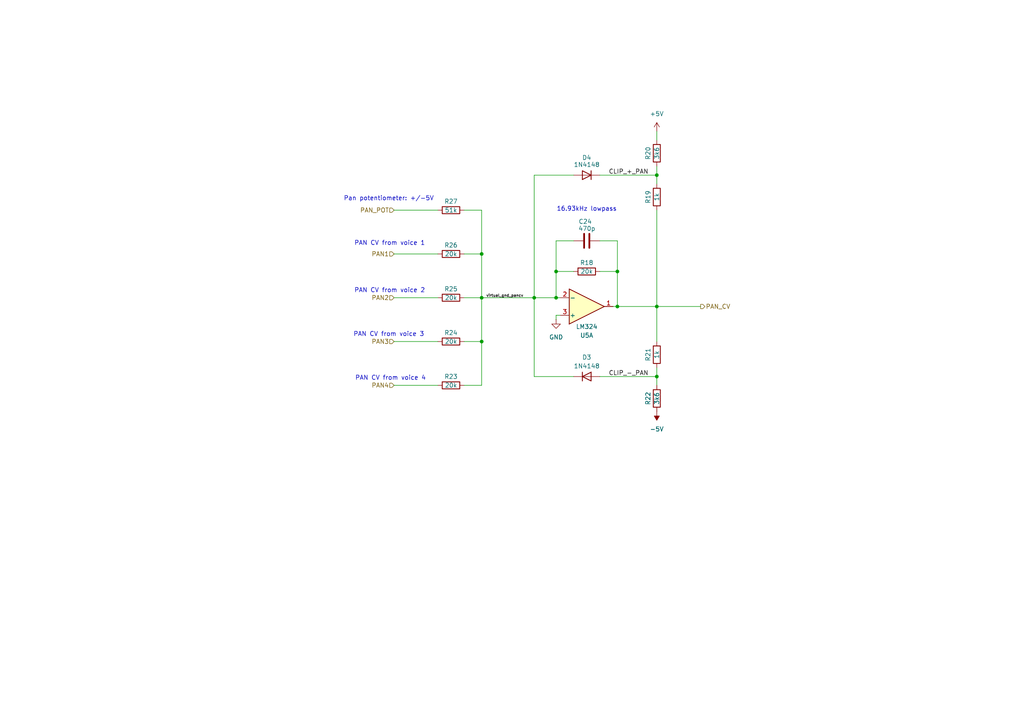
<source format=kicad_sch>
(kicad_sch (version 20250114) (generator "eeschema") (generator_version "9.0")
  (paper "A4")
  (title_block (title "Pan Control Voltage Summing Amplifier") (date "2025-03-01") (rev "1.1"))
  (lib_symbols
    (symbol "Amplifier_Operational:LM324" (pin_names (offset 0.127))
      (property "Reference" "U" (at 0 5.08 0))
      (property "Value" "LM324" (at 0 -5.08 0))
      (symbol "LM324_1_1"
        (polyline (pts (xy -5.08 5.08) (xy 5.08 0) (xy -5.08 -5.08) (xy -5.08 5.08)) (stroke (width 0.254)) (fill (type background)))
        (pin input line (at -7.62 2.54 0) (length 2.54) (name "+") (number "3"))
        (pin input line (at -7.62 -2.54 0) (length 2.54) (name "-") (number "2"))
        (pin output line (at 7.62 0 180) (length 2.54) (name "~") (number "1"))
      )
      (symbol "LM324_2_1"
        (polyline (pts (xy -5.08 5.08) (xy 5.08 0) (xy -5.08 -5.08) (xy -5.08 5.08)) (stroke (width 0.254)) (fill (type background)))
        (pin input line (at -7.62 2.54 0) (length 2.54) (name "+") (number "5"))
        (pin input line (at -7.62 -2.54 0) (length 2.54) (name "-") (number "6"))
        (pin output line (at 7.62 0 180) (length 2.54) (name "~") (number "7"))
      )
      (symbol "LM324_3_1"
        (polyline (pts (xy -5.08 5.08) (xy 5.08 0) (xy -5.08 -5.08) (xy -5.08 5.08)) (stroke (width 0.254)) (fill (type background)))
        (pin input line (at -7.62 2.54 0) (length 2.54) (name "+") (number "10"))
        (pin input line (at -7.62 -2.54 0) (length 2.54) (name "-") (number "9"))
        (pin output line (at 7.62 0 180) (length 2.54) (name "~") (number "8"))
      )
      (symbol "LM324_4_1"
        (polyline (pts (xy -5.08 5.08) (xy 5.08 0) (xy -5.08 -5.08) (xy -5.08 5.08)) (stroke (width 0.254)) (fill (type background)))
        (pin input line (at -7.62 2.54 0) (length 2.54) (name "+") (number "12"))
        (pin input line (at -7.62 -2.54 0) (length 2.54) (name "-") (number "13"))
        (pin output line (at 7.62 0 180) (length 2.54) (name "~") (number "14"))
      )
      (symbol "LM324_5_1"
        (pin power_in line (at -2.54 7.62 270) (length 3.81) (name "V+") (number "4"))
        (pin power_in line (at -2.54 -7.62 90) (length 3.81) (name "V-") (number "11"))
      )
    )
    (symbol "Device:C" (pin_numbers (hide yes)) (pin_names (offset 0.254))
      (property "Reference" "C" (at 0.635 2.54 0))
      (property "Value" "C" (at 0.635 -2.54 0))
      (symbol "C_0_1"
        (polyline (pts (xy -2.032 0.762) (xy 2.032 0.762)) (stroke (width 0.508)))
        (polyline (pts (xy -2.032 -0.762) (xy 2.032 -0.762)) (stroke (width 0.508)))
      )
      (symbol "C_1_1"
        (pin passive line (at 0 3.81 270) (length 2.794) (name "~") (number "1"))
        (pin passive line (at 0 -3.81 90) (length 2.794) (name "~") (number "2"))
      )
    )
    (symbol "Device:R" (pin_numbers (hide yes)) (pin_names (offset 0))
      (property "Reference" "R" (at 2.032 0 90))
      (property "Value" "R" (at 0 0 90))
      (symbol "R_0_1"
        (rectangle (start -1.016 -2.54) (end 1.016 2.54) (stroke (width 0.254)))
      )
      (symbol "R_1_1"
        (pin passive line (at 0 3.81 270) (length 1.27) (name "~") (number "1"))
        (pin passive line (at 0 -3.81 90) (length 1.27) (name "~") (number "2"))
      )
    )
    (symbol "Diode:1N4148" (pin_numbers (hide yes)) (pin_names (hide yes))
      (property "Reference" "D" (at 0 2.54 0))
      (property "Value" "1N4148" (at 0 -2.54 0))
      (symbol "1N4148_0_1"
        (polyline (pts (xy -1.27 1.27) (xy -1.27 -1.27)) (stroke (width 0.254)))
        (polyline (pts (xy 1.27 1.27) (xy 1.27 -1.27) (xy -1.27 0) (xy 1.27 1.27)) (stroke (width 0.254)))
        (polyline (pts (xy 1.27 0) (xy -1.27 0)))
      )
      (symbol "1N4148_1_1"
        (pin passive line (at -3.81 0 0) (length 2.54) (name "K") (number "1"))
        (pin passive line (at 3.81 0 180) (length 2.54) (name "A") (number "2"))
      )
    )
    (symbol "power:+5V" (power) (pin_numbers (hide yes)) (pin_names (offset 0) (hide yes))
      (property "Value" "+5V" (at 0 3.556 0))
      (symbol "+5V_0_1"
        (polyline (pts (xy -0.762 1.27) (xy 0 2.54)))
        (polyline (pts (xy 0 2.54) (xy 0.762 1.27)))
        (polyline (pts (xy 0 0) (xy 0 2.54)))
      )
      (symbol "+5V_1_1"
        (pin power_in line (at 0 0 90) (length 0) (name "~") (number "1"))
      )
    )
    (symbol "power:-5V" (power) (pin_numbers (hide yes)) (pin_names (offset 0) (hide yes))
      (property "Value" "-5V" (at 0 3.556 0))
      (symbol "-5V_0_0"
        (pin power_in line (at 0 0 90) (length 0) (name "~") (number "1"))
      )
      (symbol "-5V_0_1"
        (polyline (pts (xy 0 0) (xy 0 1.27) (xy 0.762 1.27) (xy 0 2.54) (xy -0.762 1.27) (xy 0 1.27)) (fill (type outline)))
      )
    )
    (symbol "power:GND" (power) (pin_numbers (hide yes)) (pin_names (offset 0) (hide yes))
      (property "Value" "GND" (at 0 -3.81 0))
      (symbol "GND_0_1"
        (polyline (pts (xy 0 0) (xy 0 -1.27) (xy 1.27 -1.27) (xy 0 -2.54) (xy -1.27 -1.27) (xy 0 -1.27)))
      )
      (symbol "GND_1_1"
        (pin power_in line (at 0 0 270) (length 0) (name "~") (number "1"))
      )
    )
  )
  (text "PAN CV from voice 3" (at 112.776 97.028 0) (effects (font (size 1.27 1.27))))
  (text "PAN CV from voice 1" (at 113.03 70.612 0) (effects (font (size 1.27 1.27))))
  (text "Pan potentiometer: +/-5V" (at 112.776 57.658 0) (effects (font (size 1.27 1.27))))
  (text "16.93kHz lowpass" (at 170.18 60.706 0) (effects (font (size 1.27 1.27))))
  (text "PAN CV from voice 2" (at 113.03 84.328 0) (effects (font (size 1.27 1.27))))
  (text "PAN CV from voice 4" (at 113.284 109.728 0) (effects (font (size 1.27 1.27))))
  (junction (at 139.7 73.66))
  (junction (at 161.29 78.74))
  (junction (at 190.5 88.9))
  (junction (at 190.5 50.8))
  (junction (at 154.94 86.36))
  (junction (at 179.07 88.9))
  (junction (at 139.7 99.06))
  (junction (at 139.7 86.36))
  (junction (at 161.29 86.36))
  (junction (at 179.07 78.74))
  (junction (at 190.5 109.22))
  (wire (pts (xy 190.5 106.68) (xy 190.5 109.22)))
  (wire (pts (xy 179.07 88.9) (xy 190.5 88.9)))
  (wire (pts (xy 154.94 86.36) (xy 161.29 86.36)))
  (wire (pts (xy 161.29 86.36) (xy 162.56 86.36)))
  (wire (pts (xy 173.99 69.85) (xy 179.07 69.85)))
  (wire (pts (xy 161.29 69.85) (xy 161.29 78.74)))
  (wire (pts (xy 154.94 86.36) (xy 154.94 50.8)))
  (wire (pts (xy 179.07 69.85) (xy 179.07 78.74)))
  (wire (pts (xy 114.3 99.06) (xy 127 99.06)))
  (wire (pts (xy 114.3 86.36) (xy 127 86.36)))
  (wire (pts (xy 161.29 86.36) (xy 161.29 78.74)))
  (wire (pts (xy 114.3 111.76) (xy 127 111.76)))
  (wire (pts (xy 190.5 50.8) (xy 190.5 53.34)))
  (wire (pts (xy 114.3 73.66) (xy 127 73.66)))
  (wire (pts (xy 154.94 109.22) (xy 154.94 86.36)))
  (wire (pts (xy 162.56 91.44) (xy 161.29 91.44)))
  (wire (pts (xy 134.62 99.06) (xy 139.7 99.06)))
  (wire (pts (xy 139.7 60.96) (xy 139.7 73.66)))
  (wire (pts (xy 161.29 91.44) (xy 161.29 92.71)))
  (wire (pts (xy 166.37 69.85) (xy 161.29 69.85)))
  (wire (pts (xy 190.5 38.1) (xy 190.5 40.64)))
  (wire (pts (xy 161.29 78.74) (xy 166.37 78.74)))
  (wire (pts (xy 190.5 88.9) (xy 203.2 88.9)))
  (wire (pts (xy 166.37 109.22) (xy 154.94 109.22)))
  (wire (pts (xy 190.5 48.26) (xy 190.5 50.8)))
  (wire (pts (xy 179.07 88.9) (xy 179.07 78.74)))
  (wire (pts (xy 114.3 60.96) (xy 127 60.96)))
  (wire (pts (xy 139.7 73.66) (xy 139.7 86.36)))
  (wire (pts (xy 154.94 50.8) (xy 166.37 50.8)))
  (wire (pts (xy 134.62 111.76) (xy 139.7 111.76)))
  (wire (pts (xy 139.7 99.06) (xy 139.7 111.76)))
  (wire (pts (xy 173.99 50.8) (xy 190.5 50.8)))
  (wire (pts (xy 179.07 88.9) (xy 177.8 88.9)))
  (wire (pts (xy 139.7 86.36) (xy 139.7 99.06)))
  (wire (pts (xy 134.62 73.66) (xy 139.7 73.66)))
  (wire (pts (xy 173.99 109.22) (xy 190.5 109.22)))
  (wire (pts (xy 134.62 86.36) (xy 139.7 86.36)))
  (wire (pts (xy 179.07 78.74) (xy 173.99 78.74)))
  (wire (pts (xy 190.5 60.96) (xy 190.5 88.9)))
  (wire (pts (xy 134.62 60.96) (xy 139.7 60.96)))
  (wire (pts (xy 190.5 109.22) (xy 190.5 111.76)))
  (wire (pts (xy 190.5 88.9) (xy 190.5 99.06)))
  (wire (pts (xy 139.7 86.36) (xy 154.94 86.36)))
  (label "virtual_gnd_pancv" (at 140.97 86.36 0) (effects (font (size 0.8 0.8))))
  (label "CLIP_-_PAN" (at 176.53 109.22 0))
  (label "CLIP_+_PAN" (at 176.53 50.8 0))
  (hierarchical_label "PAN2" (shape input) (at 114.3 86.36 180))
  (hierarchical_label "PAN_CV" (shape output) (at 203.2 88.9 0))
  (hierarchical_label "PAN_POT" (shape input) (at 114.3 60.96 180))
  (hierarchical_label "PAN4" (shape input) (at 114.3 111.76 180))
  (hierarchical_label "PAN1" (shape input) (at 114.3 73.66 180))
  (hierarchical_label "PAN3" (shape input) (at 114.3 99.06 180))
  (symbol (lib_id "power:+5V") (at 190.5 38.1 0) (unit 1)
    (property "Reference" "#PWR040" (effects (hide yes)))
    (property "Value" "+5V" (at 190.5 33.02 0))
    (property "Description" "Power symbol creates a global label with name \"+5V\"" (effects (hide yes)))
  )
  (symbol (lib_id "power:GND") (at 161.29 92.71 0) (unit 1)
    (property "Reference" "#PWR039" (effects (hide yes)))
    (property "Value" "GND" (at 161.29 97.79 0))
    (property "Description" "Power symbol creates a global label with name \"GND\" , ground" (effects (hide yes)))
  )
  (symbol (lib_id "Device:R") (at 170.18 78.74 90) (unit 1)
    (property "Reference" "R18" (at 170.18 76.2 90))
    (property "Value" "20k" (at 170.18 78.74 90))
    (property "Footprint" "Resistor_THT:R_Axial_DIN0207_L6.3mm_D2.5mm_P10.16mm_Horizontal" (effects (hide yes)))
    (property "Description" "Resistor" (effects (hide yes)))
  )
  (symbol (lib_id "power:-5V") (at 190.5 119.38 180) (unit 1)
    (property "Reference" "#PWR041" (effects (hide yes)))
    (property "Value" "-5V" (at 190.5 124.46 0))
    (property "Description" "Power symbol creates a global label with name \"-5V\"" (effects (hide yes)))
  )
  (symbol (lib_id "Device:R") (at 130.81 86.36 90) (unit 1)
    (property "Reference" "R25" (at 130.81 83.82 90))
    (property "Value" "20k" (at 130.81 86.36 90))
    (property "Footprint" "Resistor_THT:R_Axial_DIN0207_L6.3mm_D2.5mm_P10.16mm_Horizontal" (effects (hide yes)))
    (property "Description" "Resistor" (effects (hide yes)))
  )
  (symbol (lib_id "Device:R") (at 130.81 73.66 90) (unit 1)
    (property "Reference" "R26" (at 130.81 71.12 90))
    (property "Value" "20k" (at 130.81 73.66 90))
    (property "Footprint" "Resistor_THT:R_Axial_DIN0207_L6.3mm_D2.5mm_P10.16mm_Horizontal" (effects (hide yes)))
    (property "Description" "Resistor" (effects (hide yes)))
  )
  (symbol (lib_id "Device:R") (at 130.81 60.96 90) (unit 1)
    (property "Reference" "R27" (at 130.81 58.42 90))
    (property "Value" "51k" (at 130.81 60.96 90))
    (property "Footprint" "Resistor_THT:R_Axial_DIN0207_L6.3mm_D2.5mm_P10.16mm_Horizontal" (effects (hide yes)))
    (property "Description" "Resistor" (effects (hide yes)))
  )
  (symbol (lib_id "Diode:1N4148") (at 170.18 109.22 0) (unit 1)
    (property "Reference" "D3" (at 170.18 103.632 0))
    (property "Value" "1N4148" (at 170.18 106.172 0))
    (property "Footprint" "Diode_THT:D_DO-35_SOD27_P7.62mm_Horizontal" (effects (hide yes)))
    (property "Datasheet" "https://assets.nexperia.com/documents/data-sheet/1N4148_1N4448.pdf" (effects (hide yes)))
    (property "Description" "100V 0.15A standard switching diode, DO-35" (effects (hide yes)))
    (property "Sim.Device" "D" (effects (hide yes)))
    (property "Sim.Pins" "1=K 2=A" (effects (hide yes)))
  )
  (symbol (lib_id "Device:R") (at 130.81 111.76 90) (unit 1)
    (property "Reference" "R23" (at 130.81 109.22 90))
    (property "Value" "20k" (at 130.81 111.76 90))
    (property "Footprint" "Resistor_THT:R_Axial_DIN0207_L6.3mm_D2.5mm_P10.16mm_Horizontal" (effects (hide yes)))
    (property "Description" "Resistor" (effects (hide yes)))
  )
  (symbol (lib_id "Device:C") (at 170.18 69.85 90) (unit 1)
    (property "Reference" "C24" (at 171.704 64.262 90) (effects (justify left)))
    (property "Value" "470p" (at 172.72 66.294 90) (effects (justify left)))
    (property "Footprint" "Capacitor_THT:C_Disc_D5.0mm_W2.5mm_P5.00mm" (effects (hide yes)))
    (property "Description" "Unpolarized capacitor" (effects (hide yes)))
  )
  (symbol (lib_id "Device:R") (at 190.5 102.87 180) (unit 1)
    (property "Reference" "R21" (at 187.96 102.87 90))
    (property "Value" "1k" (at 190.5 102.87 90))
    (property "Footprint" "Resistor_THT:R_Axial_DIN0207_L6.3mm_D2.5mm_P10.16mm_Horizontal" (effects (hide yes)))
    (property "Description" "Resistor" (effects (hide yes)))
  )
  (symbol (lib_id "Device:R") (at 190.5 115.57 180) (unit 1)
    (property "Reference" "R22" (at 187.96 115.57 90))
    (property "Value" "3k6" (at 190.5 115.57 90))
    (property "Footprint" "Resistor_THT:R_Axial_DIN0207_L6.3mm_D2.5mm_P10.16mm_Horizontal" (effects (hide yes)))
    (property "Description" "Resistor" (effects (hide yes)))
  )
  (symbol (lib_id "Amplifier_Operational:LM324") (at 170.18 88.9 0) (mirror x) (unit 1)
    (property "Reference" "U5" (at 170.18 97.282 0))
    (property "Value" "LM324" (at 170.18 94.742 0))
    (property "Footprint" "Package_DIP:DIP-14_W7.62mm" (effects (hide yes)))
    (property "Datasheet" "http://www.ti.com/lit/ds/symlink/lm2902-n.pdf" (effects (hide yes)))
    (property "Description" "Low-Power, Quad-Operational Amplifiers, DIP-14/SOIC-14/SSOP-14" (effects (hide yes)))
  )
  (symbol (lib_id "Device:R") (at 190.5 57.15 180) (unit 1)
    (property "Reference" "R19" (at 187.96 57.15 90))
    (property "Value" "1k" (at 190.5 57.15 90))
    (property "Footprint" "Resistor_THT:R_Axial_DIN0207_L6.3mm_D2.5mm_P10.16mm_Horizontal" (effects (hide yes)))
    (property "Description" "Resistor" (effects (hide yes)))
  )
  (symbol (lib_id "Device:R") (at 130.81 99.06 90) (unit 1)
    (property "Reference" "R24" (at 130.81 96.52 90))
    (property "Value" "20k" (at 130.81 99.06 90))
    (property "Footprint" "Resistor_THT:R_Axial_DIN0207_L6.3mm_D2.5mm_P10.16mm_Horizontal" (effects (hide yes)))
    (property "Description" "Resistor" (effects (hide yes)))
  )
  (symbol (lib_id "Device:R") (at 190.5 44.45 180) (unit 1)
    (property "Reference" "R20" (at 187.96 44.45 90))
    (property "Value" "3k6" (at 190.5 44.45 90))
    (property "Footprint" "Resistor_THT:R_Axial_DIN0207_L6.3mm_D2.5mm_P10.16mm_Horizontal" (effects (hide yes)))
    (property "Description" "Resistor" (effects (hide yes)))
  )
  (symbol (lib_id "Diode:1N4148") (at 170.18 50.8 180) (unit 1)
    (property "Reference" "D4" (at 170.18 45.72 0))
    (property "Value" "1N4148" (at 170.18 47.752 0))
    (property "Footprint" "Diode_THT:D_DO-35_SOD27_P7.62mm_Horizontal" (effects (hide yes)))
    (property "Datasheet" "https://assets.nexperia.com/documents/data-sheet/1N4148_1N4448.pdf" (effects (hide yes)))
    (property "Description" "100V 0.15A standard switching diode, DO-35" (effects (hide yes)))
    (property "Sim.Device" "D" (effects (hide yes)))
    (property "Sim.Pins" "1=K 2=A" (effects (hide yes)))
  )
)
</source>
